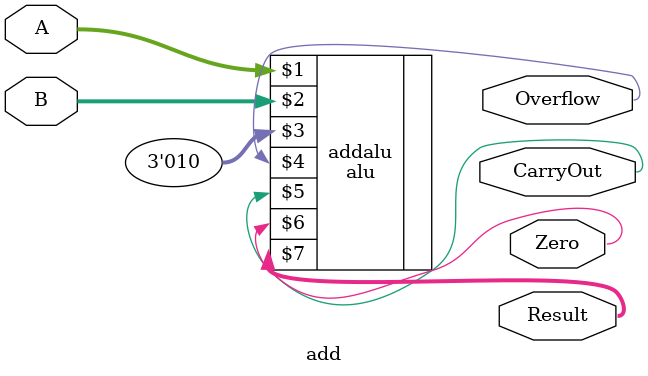
<source format=v>
`timescale 10 ns / 1 ns

`define DATA_WIDTH 32
`define AND 3'b000
`define OR 3'b001
`define ADD 3'b010
`define SUB 3'b110
`define SLT 3'b111

module add(
	input [`DATA_WIDTH - 1:0] A,
	input [`DATA_WIDTH - 1:0] B,
	// input [2:0] ALUop,
	output Overflow,
	output CarryOut,
	output Zero,
	output [`DATA_WIDTH - 1:0] Result
);

	alu addalu(A,B,`ADD,Overflow,CarryOut,Zero,Result);

endmodule

</source>
